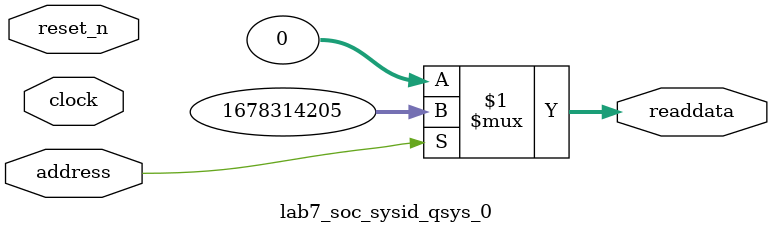
<source format=v>



// synthesis translate_off
`timescale 1ns / 1ps
// synthesis translate_on

// turn off superfluous verilog processor warnings 
// altera message_level Level1 
// altera message_off 10034 10035 10036 10037 10230 10240 10030 

module lab7_soc_sysid_qsys_0 (
               // inputs:
                address,
                clock,
                reset_n,

               // outputs:
                readdata
             )
;

  output  [ 31: 0] readdata;
  input            address;
  input            clock;
  input            reset_n;

  wire    [ 31: 0] readdata;
  //control_slave, which is an e_avalon_slave
  assign readdata = address ? 1678314205 : 0;

endmodule



</source>
